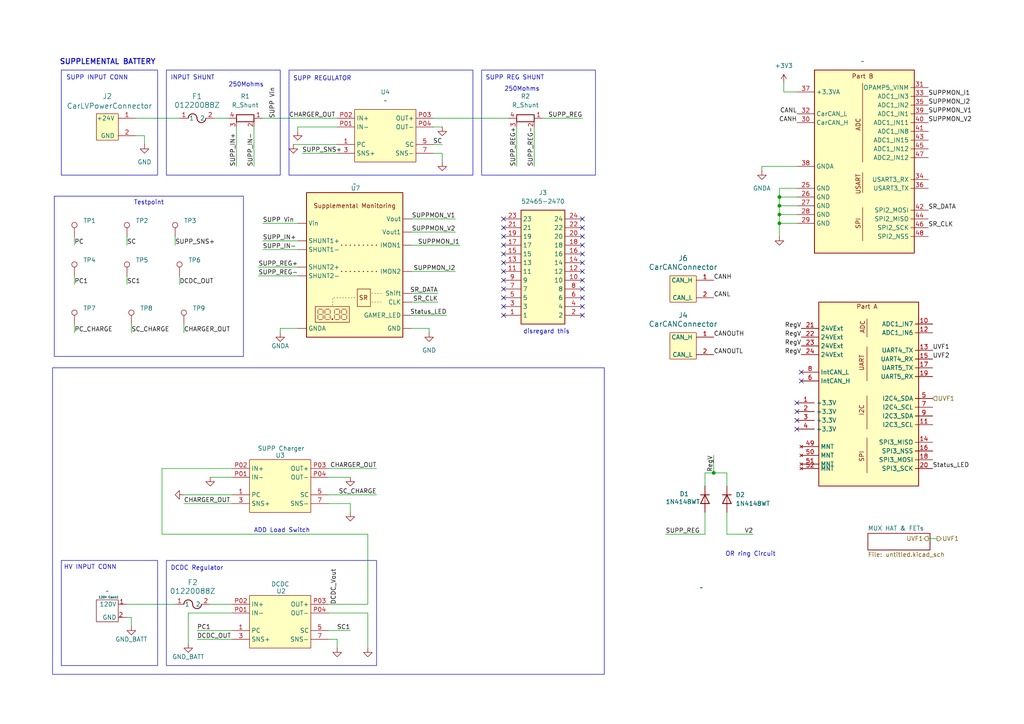
<source format=kicad_sch>
(kicad_sch (version 20250114) (generator "eeschema") (generator_version "9.0")
  (paper "A4")
  (lib_symbols
    (symbol "2025-09-19_06-03-12:Car120V_Connector"
      (property "Reference" "120V Conn1" (at -1.524 2.032 0))
      (property "Value" "~" (at -1.905 3.81 0))
      (symbol "Car120V_Connector_0_1"
        (rectangle (start -5.08 1.27) (end 1.27 -5.08))
      )
      (symbol "Car120V_Connector_1_1"
        (text "2" (at 2.032 -3.048 0) (effects (font (size 1.27 1.27))))
        (text "1" (at 2.286 0.762 0) (effects (font (size 1.27 1.27))))
        (pin output line (at 3.81 0 180) (length 2.54) (name "120V") (number ""))
        (pin output line (at 3.81 -3.81 180) (length 2.54) (name "GND") (number ""))
      )
    )
    (symbol "Connector:TestPoint" (pin_numbers (hide yes)) (pin_names (offset 0.762) (hide yes))
      (property "Reference" "TP" (at 0 6.858 0))
      (property "Value" "TestPoint" (at 0 5.08 0))
      (symbol "TestPoint_0_1"
        (circle (center 0 3.302) (radius 0.762))
      )
      (symbol "TestPoint_1_1"
        (pin passive line (at 0 0 90) (length 2.54) (name "1") (number "1"))
      )
    )
    (symbol "Device:R_Shunt" (pin_names (offset 0) (hide yes))
      (property "Reference" "R" (at -2.032 0 90))
      (property "Value" "R_Shunt" (at 0 0 90))
      (symbol "R_Shunt_0_1"
        (rectangle (start -1.016 -2.54) (end 1.016 2.54) (stroke (width 0.254)))
        (polyline (pts (xy 0 -2.54) (xy 1.27 -2.54)))
        (polyline (pts (xy 1.27 2.54) (xy 0 2.54)))
      )
      (symbol "R_Shunt_1_1"
        (pin passive line (at 0 5.08 270) (length 2.54) (name "~") (number "1"))
        (pin passive line (at 0 -5.08 90) (length 2.54) (name "~") (number "4"))
        (pin passive line (at 2.54 2.54 180) (length 1.27) (name "~") (number "2"))
        (pin passive line (at 2.54 -2.54 180) (length 1.27) (name "~") (number "3"))
      )
    )
    (symbol "Diode:1N4148WT" (pin_numbers (hide yes)) (pin_names (hide yes))
      (property "Reference" "D" (at 0 2.54 0))
      (property "Value" "1N4148WT" (at 0 -2.54 0))
      (symbol "1N4148WT_0_1"
        (polyline (pts (xy -1.27 1.27) (xy -1.27 -1.27)) (stroke (width 0.254)))
        (polyline (pts (xy 1.27 1.27) (xy 1.27 -1.27) (xy -1.27 0) (xy 1.27 1.27)) (stroke (width 0.254)))
        (polyline (pts (xy 1.27 0) (xy -1.27 0)))
      )
      (symbol "1N4148WT_1_1"
        (pin passive line (at -3.81 0 0) (length 2.54) (name "K") (number "1"))
        (pin passive line (at 3.81 0 180) (length 2.54) (name "A") (number "2"))
      )
    )
    (symbol "FUSE HOLDER:01220088Z" (pin_names (offset 0.254))
      (property "Reference" "F" (at 5.08 3.175 0))
      (property "Value" "01220088Z" (at 5.08 -3.175 0))
      (symbol "01220088Z_1_1"
        (arc (start 2.54 0) (mid 3.81 1.2645) (end 5.08 0) (stroke (width 0.254)))
        (arc (start 7.62 0) (mid 6.35 -1.2645) (end 5.08 0) (stroke (width 0.254)))
        (pin unspecified line (at 0 0 0) (length 2.54) (name "1") (number "1"))
        (pin unspecified line (at 10.16 0 180) (length 2.54) (name "2") (number "2"))
      )
      (symbol "01220088Z_1_2"
        (arc (start 0 7.62) (mid 1.2645 6.35) (end 0 5.08) (stroke (width 0.254)))
        (arc (start 0 2.54) (mid -1.2645 3.81) (end 0 5.08) (stroke (width 0.254)))
        (pin unspecified line (at 0 10.16 270) (length 2.54) (name "2") (number "2"))
        (pin unspecified line (at 0 0 90) (length 2.54) (name "1") (number "1"))
      )
    )
    (symbol "SuppMon_2"
      (property "Reference" "U" (at 0 0 0))
      (symbol "SuppMon_2_0_1"
        (rectangle (start -13.97 -1.27) (end 13.97 -43.18) (stroke (width 0.254)) (fill (type background)))
        (polyline (pts (xy -10.668 -35.306) (xy -10.668 -36.322)))
        (polyline (pts (xy -10.668 -36.83) (xy -10.668 -37.846)))
        (polyline (pts (xy -10.414 -35.052) (xy -9.398 -35.052)))
        (polyline (pts (xy -10.414 -36.576) (xy -9.398 -36.576)))
        (polyline (pts (xy -10.414 -38.1) (xy -9.398 -38.1)))
        (polyline (pts (xy -9.144 -35.306) (xy -9.144 -36.322)))
        (polyline (pts (xy -9.144 -36.83) (xy -9.144 -37.846)))
        (polyline (pts (xy -8.636 -35.306) (xy -8.636 -36.322)))
        (polyline (pts (xy -8.636 -36.83) (xy -8.636 -37.846)))
        (polyline (pts (xy -8.382 -35.052) (xy -7.366 -35.052)))
        (polyline (pts (xy -8.382 -36.576) (xy -7.366 -36.576)))
        (polyline (pts (xy -8.382 -38.1) (xy -7.366 -38.1)))
        (polyline (pts (xy -7.112 -35.306) (xy -7.112 -36.322)))
        (polyline (pts (xy -7.112 -36.83) (xy -7.112 -37.846)))
        (polyline (pts (xy -5.842 -35.306) (xy -5.842 -36.322)))
        (polyline (pts (xy -5.842 -36.83) (xy -5.842 -37.846)))
        (polyline (pts (xy -5.588 -35.052) (xy -4.572 -35.052)))
        (polyline (pts (xy -5.588 -36.576) (xy -4.572 -36.576)))
        (polyline (pts (xy -5.588 -38.1) (xy -4.572 -38.1)))
        (polyline (pts (xy -4.318 -35.306) (xy -4.318 -36.322)))
        (polyline (pts (xy -4.318 -36.83) (xy -4.318 -37.846)))
        (polyline (pts (xy -3.81 -35.306) (xy -3.81 -36.322)))
        (polyline (pts (xy -3.81 -36.83) (xy -3.81 -37.846)))
        (polyline (pts (xy -3.556 -35.052) (xy -2.54 -35.052)))
        (polyline (pts (xy -3.556 -36.576) (xy -2.54 -36.576)))
        (polyline (pts (xy -3.556 -38.1) (xy -2.54 -38.1)))
        (polyline (pts (xy -2.286 -35.306) (xy -2.286 -36.322)))
        (polyline (pts (xy -2.286 -36.83) (xy -2.286 -37.846)))
      )
      (symbol "SuppMon_2_1_1"
        (rectangle (start -11.43 -34.29) (end -1.524 -38.862))
        (polyline (pts (xy -6.604 -38.1) (xy -6.35 -38.1) (xy -6.35 -37.846) (xy -6.604 -37.846) (xy -6.604 -38.1) (xy -6.35 -37.846)))
        (polyline (pts (xy -3.81 -16.51) (xy 6.35 -16.51)) (stroke (width 0.3) (type dot)))
        (polyline (pts (xy -3.81 -24.13) (xy 6.35 -24.13)) (stroke (width 0.3) (type dot)))
        (polyline (pts (xy 0 -31.75) (xy -6.35 -31.75) (xy -6.35 -34.29)) (stroke (width 0.2) (type dot)))
        (rectangle (start 0.762 -29.21) (end 4.572 -34.29))
        (polyline (pts (xy 5.08 -30.48) (xy 7.62 -30.48)) (stroke (width 0.2) (type dot)))
        (polyline (pts (xy 5.08 -33.02) (xy 7.62 -33.02)) (stroke (width 0.2) (type dot)))
        (text "Supplemental Monitoring" (at 0 -5.08 0) (effects (font (size 1.27 1.27))))
        (text "SR\n" (at 2.54 -31.75 0) (effects (font (size 1.27 1.27))))
        (pin power_in line (at -16.51 -10.16 0) (length 2.54) (name "Vin") (number ""))
        (pin input line (at -16.51 -15.24 0) (length 2.54) (name "SHUNT1+") (number ""))
        (pin input line (at -16.51 -17.78 0) (length 2.54) (name "SHUNT1-") (number ""))
        (pin input line (at -16.51 -22.86 0) (length 2.54) (name "SHUNT2+") (number ""))
        (pin input line (at -16.51 -25.4 0) (length 2.54) (name "SHUNT2-") (number ""))
        (pin output line (at -16.51 -40.64 0) (length 2.54) (name "GNDA") (number ""))
        (pin output line (at 16.51 -8.89 180) (length 2.54) (name "Vout") (number ""))
        (pin output line (at 16.51 -12.7 180) (length 2.54) (name "Vout1") (number ""))
        (pin output line (at 16.51 -16.51 180) (length 2.54) (name "IMON1") (number ""))
        (pin output line (at 16.51 -24.13 180) (length 2.54) (name "IMON2") (number ""))
        (pin input line (at 16.51 -30.48 180) (length 2.54) (name "Shift") (number ""))
        (pin input line (at 16.51 -33.02 180) (length 2.54) (name "CLK") (number ""))
        (pin input line (at 16.51 -36.83 180) (length 2.54) (name "GAMER_LED") (number ""))
        (pin power_out line (at 16.51 -40.64 180) (length 2.54) (name "GND") (number ""))
      )
    )
    (symbol "power:+3V3" (power) (pin_numbers (hide yes)) (pin_names (offset 0) (hide yes))
      (property "Value" "+3V3" (at 0 3.556 0))
      (symbol "+3V3_0_1"
        (polyline (pts (xy -0.762 1.27) (xy 0 2.54)))
        (polyline (pts (xy 0 2.54) (xy 0.762 1.27)))
        (polyline (pts (xy 0 0) (xy 0 2.54)))
      )
      (symbol "+3V3_1_1"
        (pin power_in line (at 0 0 90) (length 0) (name "~") (number "1"))
      )
    )
    (symbol "power:GND" (power) (pin_numbers (hide yes)) (pin_names (offset 0) (hide yes))
      (property "Value" "GND" (at 0 -3.81 0))
      (symbol "GND_0_1"
        (polyline (pts (xy 0 0) (xy 0 -1.27) (xy 1.27 -1.27) (xy 0 -2.54) (xy -1.27 -1.27) (xy 0 -1.27)))
      )
      (symbol "GND_1_1"
        (pin power_in line (at 0 0 270) (length 0) (name "~") (number "1"))
      )
    )
    (symbol "power:GND1" (power) (pin_numbers (hide yes)) (pin_names (offset 0) (hide yes))
      (property "Value" "GND1" (at 0 -3.81 0))
      (symbol "GND1_0_1"
        (polyline (pts (xy 0 0) (xy 0 -1.27) (xy 1.27 -1.27) (xy 0 -2.54) (xy -1.27 -1.27) (xy 0 -1.27)))
      )
      (symbol "GND1_1_1"
        (pin power_in line (at 0 0 270) (length 0) (name "~") (number "1"))
      )
    )
    (symbol "power:GNDA" (power) (pin_numbers (hide yes)) (pin_names (offset 0) (hide yes))
      (property "Value" "GNDA" (at 0 -3.81 0))
      (symbol "GNDA_0_1"
        (polyline (pts (xy 0 0) (xy 0 -1.27) (xy 1.27 -1.27) (xy 0 -2.54) (xy -1.27 -1.27) (xy 0 -1.27)))
      )
      (symbol "GNDA_1_1"
        (pin power_in line (at 0 0 270) (length 0) (name "~") (number "1"))
      )
    )
    (symbol "utsvt_connectors:52465-2470"
      (property "Reference" "J" (at 10.16 7.366 0))
      (property "Value" "52465-2470" (at 5.334 4.826 0))
      (symbol "52465-2470_1_1"
        (rectangle (start 5.08 2.54) (end 17.78 -30.48) (stroke (width 0.254)) (fill (type background)))
        (pin passive line (at 0 0 0) (length 5.08) (name "23") (number "23"))
        (pin passive line (at 0 -2.54 0) (length 5.08) (name "21") (number "21"))
        (pin passive line (at 0 -5.08 0) (length 5.08) (name "19") (number "19"))
        (pin passive line (at 0 -7.62 0) (length 5.08) (name "17") (number "17"))
        (pin passive line (at 0 -10.16 0) (length 5.08) (name "15") (number "15"))
        (pin passive line (at 0 -12.7 0) (length 5.08) (name "13") (number "13"))
        (pin passive line (at 0 -15.24 0) (length 5.08) (name "11") (number "11"))
        (pin passive line (at 0 -17.78 0) (length 5.08) (name "9") (number "9"))
        (pin passive line (at 0 -20.32 0) (length 5.08) (name "7") (number "7"))
        (pin passive line (at 0 -22.86 0) (length 5.08) (name "5") (number "5"))
        (pin passive line (at 0 -25.4 0) (length 5.08) (name "3") (number "3"))
        (pin passive line (at 0 -27.94 0) (length 5.08) (name "1") (number "1"))
        (pin passive line (at 22.86 0 180) (length 5.08) (name "24") (number "24"))
        (pin passive line (at 22.86 -2.54 180) (length 5.08) (name "22") (number "22"))
        (pin passive line (at 22.86 -5.08 180) (length 5.08) (name "20") (number "20"))
        (pin passive line (at 22.86 -7.62 180) (length 5.08) (name "18") (number "18"))
        (pin passive line (at 22.86 -10.16 180) (length 5.08) (name "16") (number "16"))
        (pin passive line (at 22.86 -12.7 180) (length 5.08) (name "14") (number "14"))
        (pin passive line (at 22.86 -15.24 180) (length 5.08) (name "12") (number "12"))
        (pin passive line (at 22.86 -17.78 180) (length 5.08) (name "10") (number "10"))
        (pin passive line (at 22.86 -20.32 180) (length 5.08) (name "8") (number "8"))
        (pin passive line (at 22.86 -22.86 180) (length 5.08) (name "6") (number "6"))
        (pin passive line (at 22.86 -25.4 180) (length 5.08) (name "4") (number "4"))
        (pin passive line (at 22.86 -27.94 180) (length 5.08) (name "2") (number "2"))
      )
    )
    (symbol "utsvt_connectors:CarCANConnector" (pin_names (offset 1.016))
      (property "Reference" "J" (at 0 7.874 0))
      (property "Value" "CarCANConnector" (at 0 5.588 0))
      (symbol "CarCANConnector_0_1"
        (rectangle (start -3.81 3.81) (end 3.81 -3.81) (fill (type background)))
      )
      (symbol "CarCANConnector_1_1"
        (pin bidirectional line (at 8.89 2.54 180) (length 5.08) (name "CAN_H") (number "1"))
        (pin bidirectional line (at 8.89 -2.54 180) (length 5.08) (name "CAN_L") (number "2"))
      )
    )
    (symbol "utsvt_connectors:CarLVPowerConnector" (pin_names (offset 1.016))
      (property "Reference" "J" (at -0.635 8.255 0))
      (property "Value" "CarLVPowerConnector" (at -0.635 5.715 0))
      (symbol "CarLVPowerConnector_0_1"
        (rectangle (start -3.81 3.81) (end 2.54 -3.81) (fill (type background)))
      )
      (symbol "CarLVPowerConnector_1_1"
        (pin power_out line (at 7.62 2.54 180) (length 5.08) (name "+24V") (number "1"))
        (pin power_out line (at 7.62 -2.54 180) (length 5.08) (name "GND") (number "2"))
      )
    )
    (symbol "utsvt_connectors:LSOM_DaughterConn"
      (symbol "LSOM_DaughterConn_1_1"
        (rectangle (start -13.97 -10.16) (end 14.986 -63.5) (stroke (width 0.254)) (fill (type background)))
        (polyline (pts (xy 0 -20.32) (xy 0 -14.986)))
        (polyline (pts (xy 0 -33.02) (xy 0 -23.114)))
        (polyline (pts (xy 0 -46.99) (xy 0 -37.338)))
        (polyline (pts (xy 0 -59.69) (xy 0 -49.53)))
        (text "UART" (at -1.524 -27.686 900) (effects (font (size 1.27 1.27))))
        (text "I2C" (at -1.524 -41.402 900) (effects (font (size 1.27 1.27))))
        (text "SPI" (at -1.524 -54.864 900) (effects (font (size 1.27 1.27))))
        (text "ADC" (at -1.27 -17.272 900) (effects (font (size 1.27 1.27))))
        (text "Part A" (at 0 -11.43 0) (effects (font (size 1.27 1.27))))
        (pin output line (at -20.32 -39.37 0) (length 5.08) (name "+3.3V") (number "1"))
        (pin output line (at -20.32 -41.91 0) (length 5.08) (name "+3.3V") (number "2"))
        (pin output line (at -20.32 -44.45 0) (length 5.08) (name "+3.3V") (number "3"))
        (pin output line (at -20.32 -46.99 0) (length 5.08) (name "+3.3V") (number "4"))
        (pin input line (at -19.05 -17.78 0) (length 5.08) (name "24VExt") (number "21"))
        (pin input line (at -19.05 -20.32 0) (length 5.08) (name "24VExt") (number "22"))
        (pin input line (at -19.05 -22.86 0) (length 5.08) (name "24VExt") (number "23"))
        (pin input line (at -19.05 -25.4 0) (length 5.08) (name "24VExt") (number "24"))
        (pin input line (at -19.05 -30.48 0) (length 5.08) (name "IntCAN_L") (number "8"))
        (pin input line (at -19.05 -33.02 0) (length 5.08) (name "IntCAN_H") (number "6"))
        (pin no_connect line (at -19.05 -52.07 0) (length 5.08) (name "MNT") (number "49"))
        (pin no_connect line (at -19.05 -54.61 0) (length 5.08) (name "MNT") (number "50"))
        (pin no_connect line (at -19.05 -57.15 0) (length 5.08) (name "MNT") (number "51"))
        (pin no_connect line (at -19.05 -58.42 0) (length 5.08) (name "MNT") (number "52"))
        (pin input line (at 19.05 -16.51 180) (length 5.08) (name "ADC1_IN7") (number "10"))
        (pin input line (at 19.05 -19.05 180) (length 5.08) (name "ADC1_IN6") (number "12"))
        (pin bidirectional line (at 19.05 -24.13 180) (length 5.08) (name "UART4_TX") (number "13"))
        (pin bidirectional line (at 19.05 -26.67 180) (length 5.08) (name "UART4_RX") (number "15"))
        (pin bidirectional line (at 19.05 -29.21 180) (length 5.08) (name "UART5_TX") (number "17"))
        (pin bidirectional line (at 19.05 -31.75 180) (length 5.08) (name "UART5_RX") (number "19"))
        (pin bidirectional line (at 19.05 -38.1 180) (length 5.08) (name "I2C4_SDA") (number "5"))
        (pin input line (at 19.05 -40.64 180) (length 5.08) (name "I2C4_SCL") (number "7"))
        (pin bidirectional line (at 19.05 -43.18 180) (length 5.08) (name "I2C3_SDA") (number "9"))
        (pin input line (at 19.05 -45.72 180) (length 5.08) (name "I2C3_SCL") (number "11"))
        (pin input line (at 19.05 -50.8 180) (length 5.08) (name "SPI3_MISO") (number "14"))
        (pin output line (at 19.05 -53.34 180) (length 5.08) (name "SPI3_NSS") (number "16"))
        (pin output line (at 19.05 -55.88 180) (length 5.08) (name "SPI3_MOSI") (number "18"))
        (pin output line (at 19.05 -58.42 180) (length 5.08) (name "SPI3_SCK") (number "20"))
      )
      (symbol "LSOM_DaughterConn_2_1"
        (rectangle (start -13.97 -10.16) (end 14.986 -63.246) (stroke (width 0.254)) (fill (type background)))
        (polyline (pts (xy 0 -36.83) (xy 0 -13.97)))
        (polyline (pts (xy 0 -45.72) (xy 0 -39.878)))
        (polyline (pts (xy 0 -59.69) (xy 0 -50.038)))
        (text "ADC" (at -1.27 -25.908 900) (effects (font (size 1.27 1.27))))
        (text "USART" (at -1.27 -43.18 900) (effects (font (size 1.27 1.27))))
        (text "SPI" (at -1.27 -54.61 900) (effects (font (size 1.27 1.27))))
        (text "Part B" (at 0 -11.938 0) (effects (font (size 1.27 1.27))))
        (pin output line (at -19.05 -16.51 0) (length 5.08) (name "+3.3VA") (number "37"))
        (pin input line (at -19.05 -22.86 0) (length 5.08) (name "CarCAN_L") (number "32"))
        (pin input line (at -19.05 -25.4 0) (length 5.08) (name "CarCAN_H") (number "30"))
        (pin input line (at -19.05 -38.1 0) (length 5.08) (name "GNDA") (number "38"))
        (pin input line (at -19.05 -44.45 0) (length 5.08) (name "GND") (number "25"))
        (pin input line (at -19.05 -46.99 0) (length 5.08) (name "GND") (number "26"))
        (pin input line (at -19.05 -49.53 0) (length 5.08) (name "GND") (number "27"))
        (pin input line (at -19.05 -52.07 0) (length 5.08) (name "GND") (number "28"))
        (pin input line (at -19.05 -54.61 0) (length 5.08) (name "GND") (number "29"))
        (pin input line (at 19.05 -15.24 180) (length 5.08) (name "OPAMP5_VINM") (number "31"))
        (pin output line (at 19.05 -17.78 180) (length 5.08) (name "ADC1_IN3") (number "33"))
        (pin output line (at 19.05 -20.32 180) (length 5.08) (name "ADC1_IN2") (number "35"))
        (pin output line (at 19.05 -22.86 180) (length 5.08) (name "ADC1_IN1") (number "39"))
        (pin input line (at 19.05 -25.4 180) (length 5.08) (name "ADC1_IN11") (number "40"))
        (pin input line (at 19.05 -27.94 180) (length 5.08) (name "ADC1_IN8") (number "41"))
        (pin input line (at 19.05 -30.48 180) (length 5.08) (name "ADC1_IN15") (number "43"))
        (pin output line (at 19.05 -33.02 180) (length 5.08) (name "ADC1_IN12") (number "45"))
        (pin output line (at 19.05 -35.56 180) (length 5.08) (name "ADC2_IN12") (number "47"))
        (pin output line (at 19.05 -41.91 180) (length 5.08) (name "USART3_RX") (number "34"))
        (pin output line (at 19.05 -44.45 180) (length 5.08) (name "USART3_TX") (number "36"))
        (pin output line (at 19.05 -50.8 180) (length 5.08) (name "SPI2_MOSI") (number "42"))
        (pin input line (at 19.05 -53.34 180) (length 5.08) (name "SPI2_MISO") (number "44"))
        (pin output line (at 19.05 -55.88 180) (length 5.08) (name "SPI2_SCK") (number "46"))
        (pin output line (at 19.05 -58.42 180) (length 5.08) (name "SPI2_NSS") (number "48"))
      )
    )
    (symbol "utsvt_connectors:Maxi_Carrier_Connector"
      (property "Reference" "U" (at 0 0 0))
      (symbol "Maxi_Carrier_Connector_1_1"
        (rectangle (start -8.89 -2.54) (end 8.89 -17.78) (fill (type background)))
        (pin power_in line (at -13.97 -5.08 0) (length 5.08) (name "IN+") (number "P02"))
        (pin power_in line (at -13.97 -7.62 0) (length 5.08) (name "IN-") (number "P01"))
        (pin input line (at -13.97 -12.7 0) (length 5.08) (name "PC") (number "1"))
        (pin input line (at -13.97 -15.24 0) (length 5.08) (name "SNS+") (number "3"))
        (pin power_out line (at 13.97 -5.08 180) (length 5.08) (name "OUT+") (number "P03"))
        (pin power_out line (at 13.97 -7.62 180) (length 5.08) (name "OUT-") (number "P04"))
        (pin input line (at 13.97 -12.7 180) (length 5.08) (name "SC") (number "5"))
        (pin input line (at 13.97 -15.24 180) (length 5.08) (name "SNS-") (number "7"))
      )
    )
  )
  (rectangle (start 17.78 20.32) (end 45.72 50.8))
  (rectangle (start 48.26 162.56) (end 109.22 193.04))
  (rectangle (start 83.82 20.32) (end 137.16 50.8))
  (rectangle (start 139.7 20.32) (end 172.72 50.8))
  (rectangle (start 17.78 162.56) (end 45.72 193.04))
  (rectangle (start 48.26 20.32) (end 81.28 50.8))
  (rectangle (start 15.24 106.68) (end 175.26 195.58))
  (text "disregard this" (at 158.496 96.266 0) (effects (font (size 1.27 1.27))))
  (text "DCDC Regulator\n" (at 57.15 164.846 0) (effects (font (size 1.27 1.27))))
  (text "INPUT SHUNT" (at 55.88 22.606 0) (effects (font (size 1.27 1.27))))
  (text "250Mohms" (at 151.384 25.908 0) (effects (font (size 1.27 1.27))))
  (text "OR ring Circuit" (at 217.678 160.782 0) (effects (font (size 1.27 1.27))))
  (text "SUPP REGULATOR\n" (at 93.472 22.86 0) (effects (font (size 1.27 1.27))))
  (text "SUPP INPUT CONN" (at 28.194 22.606 0) (effects (font (size 1.27 1.27))))
  (text "SUPPLEMENTAL BATTERY" (at 31.242 18.034 0) (effects (font (size 1.524 1.524) (thickness 0.254) (bold yes))))
  (text "250Mohms" (at 71.374 24.638 0) (effects (font (size 1.27 1.27))))
  (text "HV INPUT CONN" (at 26.162 164.592 0) (effects (font (size 1.27 1.27))))
  (text "ADD Load Switch" (at 81.788 153.924 0) (effects (font (size 1.27 1.27))))
  (text "SUPP REG SHUNT" (at 149.352 22.606 0) (effects (font (size 1.27 1.27))))
  (text_box "Testpoint" (at 15.748 56.896 0) (size 54.864 46.482) (margins 0.9525 0.9525 0.9525 0.9525) (effects (font (size 1.27 1.27)) (justify top)))
  (junction (at 226.06 64.77))
  (junction (at 226.06 62.23))
  (junction (at 226.06 57.15))
  (junction (at 226.06 59.69))
  (junction (at 207.01 137.16))
  (no_connect (at 168.91 71.12))
  (no_connect (at 146.05 91.44))
  (no_connect (at 232.41 110.49))
  (no_connect (at 146.05 83.82))
  (no_connect (at 168.91 66.04))
  (no_connect (at 168.91 68.58))
  (no_connect (at 168.91 63.5))
  (no_connect (at 146.05 68.58))
  (no_connect (at 146.05 73.66))
  (no_connect (at 146.05 63.5))
  (no_connect (at 231.14 121.92))
  (no_connect (at 146.05 88.9))
  (no_connect (at 146.05 86.36))
  (no_connect (at 168.91 81.28))
  (no_connect (at 168.91 91.44))
  (no_connect (at 168.91 88.9))
  (no_connect (at 231.14 124.46))
  (no_connect (at 146.05 76.2))
  (no_connect (at 168.91 73.66))
  (no_connect (at 168.91 86.36))
  (no_connect (at 231.14 116.84))
  (no_connect (at 168.91 83.82))
  (no_connect (at 232.41 107.95))
  (no_connect (at 146.05 66.04))
  (no_connect (at 146.05 71.12))
  (no_connect (at 231.14 119.38))
  (no_connect (at 146.05 78.74))
  (no_connect (at 146.05 81.28))
  (no_connect (at 168.91 76.2))
  (no_connect (at 168.91 78.74))
  (wire (pts (xy 119.38 63.5) (xy 132.08 63.5)))
  (wire (pts (xy 85.09 41.91) (xy 97.79 41.91)))
  (wire (pts (xy 95.25 138.43) (xy 101.6 138.43)))
  (wire (pts (xy 231.14 48.26) (xy 220.98 48.26)))
  (wire (pts (xy 204.47 140.97) (xy 204.47 137.16)))
  (wire (pts (xy 76.2 69.85) (xy 86.36 69.85)))
  (wire (pts (xy 21.59 80.01) (xy 21.59 82.55)))
  (wire (pts (xy 106.68 175.26) (xy 95.25 175.26)))
  (wire (pts (xy 95.25 146.05) (xy 101.6 146.05)))
  (wire (pts (xy 119.38 95.25) (xy 124.46 95.25)))
  (wire (pts (xy 157.48 34.29) (xy 168.91 34.29)))
  (wire (pts (xy 57.15 185.42) (xy 67.31 185.42)))
  (wire (pts (xy 81.28 95.25) (xy 81.28 96.52)))
  (wire (pts (xy 204.47 148.59) (xy 204.47 154.94)))
  (wire (pts (xy 207.01 137.16) (xy 210.82 137.16)))
  (wire (pts (xy 21.59 93.98) (xy 21.59 96.52)))
  (wire (pts (xy 62.23 34.29) (xy 66.04 34.29)))
  (wire (pts (xy 119.38 71.12) (xy 133.35 71.12)))
  (wire (pts (xy 87.63 44.45) (xy 97.79 44.45)))
  (wire (pts (xy 54.61 177.8) (xy 67.31 177.8)))
  (wire (pts (xy 95.25 177.8) (xy 106.68 177.8)))
  (wire (pts (xy 50.8 68.58) (xy 50.8 71.12)))
  (wire (pts (xy 36.83 80.01) (xy 36.83 82.55)))
  (wire (pts (xy 86.36 95.25) (xy 81.28 95.25)))
  (wire (pts (xy 73.66 36.83) (xy 73.66 48.26)))
  (wire (pts (xy 41.91 39.37) (xy 41.91 41.91)))
  (wire (pts (xy 119.38 85.09) (xy 127 85.09)))
  (wire (pts (xy 53.34 146.05) (xy 67.31 146.05)))
  (wire (pts (xy 38.1 93.98) (xy 38.1 96.52)))
  (wire (pts (xy 36.83 175.26) (xy 50.8 175.26)))
  (wire (pts (xy 210.82 137.16) (xy 210.82 140.97)))
  (wire (pts (xy 220.98 48.26) (xy 220.98 49.53)))
  (wire (pts (xy 226.06 59.69) (xy 231.14 59.69)))
  (wire (pts (xy 106.68 177.8) (xy 106.68 187.96)))
  (wire (pts (xy 149.86 36.83) (xy 149.86 48.26)))
  (wire (pts (xy 46.99 154.94) (xy 46.99 135.89)))
  (wire (pts (xy 231.14 62.23) (xy 226.06 62.23)))
  (wire (pts (xy 125.73 44.45) (xy 128.27 44.45)))
  (wire (pts (xy 119.38 67.31) (xy 132.08 67.31)))
  (wire (pts (xy 86.36 36.83) (xy 86.36 38.1)))
  (wire (pts (xy 119.38 91.44) (xy 129.54 91.44)))
  (wire (pts (xy 39.37 34.29) (xy 52.07 34.29)))
  (wire (pts (xy 46.99 135.89) (xy 67.31 135.89)))
  (wire (pts (xy 226.06 57.15) (xy 226.06 59.69)))
  (wire (pts (xy 38.1 179.07) (xy 38.1 181.61)))
  (wire (pts (xy 226.06 64.77) (xy 226.06 68.58)))
  (wire (pts (xy 204.47 154.94) (xy 193.04 154.94)))
  (wire (pts (xy 95.25 182.88) (xy 101.6 182.88)))
  (wire (pts (xy 53.34 93.98) (xy 53.34 96.52)))
  (wire (pts (xy 269.24 156.21) (xy 271.78 156.21)))
  (wire (pts (xy 119.38 78.74) (xy 132.08 78.74)))
  (wire (pts (xy 119.38 87.63) (xy 127 87.63)))
  (wire (pts (xy 36.83 71.12) (xy 36.83 68.58)))
  (wire (pts (xy 226.06 62.23) (xy 226.06 64.77)))
  (wire (pts (xy 226.06 59.69) (xy 226.06 62.23)))
  (wire (pts (xy 207.01 132.08) (xy 207.01 137.16)))
  (wire (pts (xy 76.2 64.77) (xy 86.36 64.77)))
  (wire (pts (xy 76.2 72.39) (xy 86.36 72.39)))
  (wire (pts (xy 106.68 175.26) (xy 106.68 154.94)))
  (wire (pts (xy 52.07 80.01) (xy 52.07 82.55)))
  (wire (pts (xy 38.1 179.07) (xy 36.83 179.07)))
  (wire (pts (xy 154.94 36.83) (xy 154.94 48.26)))
  (wire (pts (xy 210.82 148.59) (xy 210.82 154.94)))
  (wire (pts (xy 231.14 54.61) (xy 226.06 54.61)))
  (wire (pts (xy 227.33 24.13) (xy 227.33 26.67)))
  (wire (pts (xy 74.93 77.47) (xy 86.36 77.47)))
  (wire (pts (xy 226.06 64.77) (xy 231.14 64.77)))
  (wire (pts (xy 74.93 80.01) (xy 86.36 80.01)))
  (wire (pts (xy 101.6 146.05) (xy 101.6 148.59)))
  (wire (pts (xy 76.2 34.29) (xy 97.79 34.29)))
  (wire (pts (xy 125.73 36.83) (xy 128.27 36.83)))
  (wire (pts (xy 124.46 95.25) (xy 124.46 96.52)))
  (wire (pts (xy 68.58 36.83) (xy 68.58 48.26)))
  (wire (pts (xy 54.61 177.8) (xy 54.61 186.69)))
  (wire (pts (xy 125.73 34.29) (xy 147.32 34.29)))
  (wire (pts (xy 39.37 39.37) (xy 41.91 39.37)))
  (wire (pts (xy 226.06 57.15) (xy 231.14 57.15)))
  (wire (pts (xy 57.15 182.88) (xy 67.31 182.88)))
  (wire (pts (xy 21.59 71.12) (xy 21.59 68.58)))
  (wire (pts (xy 97.79 185.42) (xy 97.79 187.96)))
  (wire (pts (xy 53.34 143.51) (xy 67.31 143.51)))
  (wire (pts (xy 231.14 26.67) (xy 227.33 26.67)))
  (wire (pts (xy 67.31 138.43) (xy 60.96 138.43)))
  (wire (pts (xy 95.25 143.51) (xy 109.22 143.51)))
  (wire (pts (xy 95.25 135.89) (xy 109.22 135.89)))
  (wire (pts (xy 95.25 185.42) (xy 97.79 185.42)))
  (wire (pts (xy 86.36 36.83) (xy 97.79 36.83)))
  (wire (pts (xy 226.06 54.61) (xy 226.06 57.15)))
  (wire (pts (xy 210.82 154.94) (xy 218.44 154.94)))
  (wire (pts (xy 128.27 44.45) (xy 128.27 46.99)))
  (wire (pts (xy 60.96 175.26) (xy 67.31 175.26)))
  (wire (pts (xy 128.27 41.91) (xy 125.73 41.91)))
  (wire (pts (xy 204.47 137.16) (xy 207.01 137.16)))
  (wire (pts (xy 106.68 154.94) (xy 46.99 154.94)))
  (label "PC_CHARGE" (at 21.59 96.52 0))
  (label "SUPPMON_I2" (at 132.08 78.74 180))
  (label "UVF2" (at 270.51 104.14 0))
  (label "SUPP_IN+" (at 76.2 69.85 0))
  (label "SUPP_SNS+" (at 50.8 71.12 0))
  (label "RegV" (at 232.41 95.25 180))
  (label "SUPP_REG" (at 193.04 154.94 0))
  (label "SC_CHARGE" (at 38.1 96.52 0))
  (label "CANH" (at 231.14 35.56 180))
  (label "SUPPMON_V2" (at 132.08 67.31 180))
  (label "SUPP_IN-" (at 73.66 48.26 90))
  (label "RegV" (at 232.41 97.79 180))
  (label "SUPP Vin" (at 76.2 64.77 0))
  (label "CHARGER_OUT" (at 53.34 146.05 0))
  (label "SC1" (at 101.6 182.88 180))
  (label "SUPPMON_V1" (at 269.24 33.02 0))
  (label "Status_LED" (at 129.54 91.44 180))
  (label "SC" (at 36.83 71.12 0))
  (label "DCDC_OUT" (at 57.15 185.42 0))
  (label "SUPPMON_I1" (at 269.24 27.94 0))
  (label "CANH" (at 207.01 81.28 0))
  (label "CHARGER_OUT" (at 83.82 34.29 0))
  (label "SC1" (at 36.83 82.55 0))
  (label "SUPPMON_I1" (at 133.35 71.12 180))
  (label "PC1" (at 57.15 182.88 0))
  (label "Status_LED" (at 270.51 135.89 0))
  (label "RegV" (at 232.41 100.33 180))
  (label "SUPPMON_V1" (at 132.08 63.5 180))
  (label "SUPPMON_I2" (at 269.24 30.48 0))
  (label "RegV" (at 207.01 132.08 270))
  (label "PC" (at 21.59 71.12 0))
  (label "SUPP_SNS+" (at 87.63 44.45 0))
  (label "SUPPMON_V2" (at 269.24 35.56 0))
  (label "CANL" (at 207.01 86.36 0))
  (label "UVF1" (at 270.51 101.6 0))
  (label "SR_CLK" (at 269.24 66.04 0))
  (label "SUPP Vin" (at 80.01 34.29 90))
  (label "V2" (at 218.44 154.94 180))
  (label "SUPP_IN-" (at 76.2 72.39 0))
  (label "CANL" (at 231.14 33.02 180))
  (label "DCDC_OUT" (at 52.07 82.55 0))
  (label "RegV" (at 232.41 102.87 180))
  (label "SUPP_REG+" (at 74.93 77.47 0))
  (label "CHARGER_OUT" (at 53.34 96.52 0))
  (label "SR_CLK" (at 127 87.63 180))
  (label "SUPP_REG-" (at 74.93 80.01 0))
  (label "SR_DATA" (at 127 85.09 180))
  (label "SC" (at 128.27 41.91 180))
  (label "SUPP_IN+" (at 68.58 48.26 90))
  (label "CHARGER_OUT" (at 109.22 135.89 180))
  (label "SUPP_REG-" (at 154.94 48.26 90))
  (label "SR_DATA" (at 269.24 60.96 0))
  (label "DCDC_Vout" (at 97.79 175.26 90))
  (label "SC_CHARGE" (at 109.22 143.51 180))
  (label "CANOUTH" (at 207.01 97.79 0))
  (label "PC1" (at 21.59 82.55 0))
  (label "SUPP_REG" (at 168.91 34.29 180))
  (label "CANOUTL" (at 207.01 102.87 0))
  (label "SUPP_REG+" (at 149.86 48.26 90))
  (hierarchical_label "UVF1" (shape input) (at 270.51 115.57 0))
  (hierarchical_label "UVF1" (shape output) (at 269.24 156.21 180))
  (hierarchical_label "UVF1" (shape output) (at 271.78 156.21 0))
  (symbol (lib_id "power:GND") (at 101.6 138.43 0) (unit 1)
    (property "Reference" "#PWR021" (effects (hide yes)))
    (property "Value" "GND" (effects (hide yes)))
    (property "Description" "Power symbol creates a global label with name \"GND\" , ground" (effects (hide yes)))
  )
  (symbol (lib_id "utsvt_connectors:CarCANConnector") (at 198.12 100.33 0) (unit 1)
    (property "Reference" "J4" (at 198.12 91.44 0) (effects (font (size 1.524 1.524))))
    (property "Value" "CarCANConnector" (at 198.12 93.98 0) (effects (font (size 1.524 1.524))))
    (property "Footprint" "UTSVT_Connectors:Molex_Nano-Fit_105309-xx02_1x02_P2.50mm_Vertical" (effects (hide yes)))
    (property "Datasheet" "https://www.digikey.com/en/products/detail/molex/1053091102/7693146" (effects (hide yes)))
    (property "Description" "Connector" (effects (hide yes)))
    (property "P/N" "1053091102" (effects (hide yes)))
  )
  (symbol (lib_id "utsvt_connectors:LSOM_DaughterConn") (at 251.46 77.47 0) (unit 1)
    (property "Reference" "J5" (effects (hide yes)))
    (property "Value" "~" (at 203.454 170.434 0))
    (property "Datasheet" "https://www.molex.com/en-us/products/part-detail/533072471" (effects (hide yes)))
    (property "Description" "Symbol for both board-to-board connectors from the LeaderSOM" (effects (hide yes)))
  )
  (symbol (lib_id "power:GND1") (at 54.61 186.69 0) (unit 1)
    (property "Reference" "#PWR019" (effects (hide yes)))
    (property "Value" "GND_BATT" (at 54.61 190.5 0))
    (property "Description" "Power symbol creates a global label with name \"GND1\" , ground" (effects (hide yes)))
  )
  (symbol (lib_id "2025-09-19_06-03-12:Car120V_Connector") (at 33.02 175.26 0) (unit 1)
    (property "Reference" "120V Conn1" (at 31.496 173.228 0) (effects (font (size 0.635 0.635))))
    (property "Value" "~" (at 31.115 171.45 0))
  )
  (symbol (lib_id "Connector:TestPoint") (at 21.59 68.58 0) (unit 1)
    (property "Reference" "TP1" (at 24.13 64.0079 0) (effects (justify left)))
    (property "Value" "TestPoint" (effects (hide yes)))
    (property "Description" "test point" (effects (hide yes)))
  )
  (symbol (lib_name "SuppMon_2") (lib_id "LV_Carrier:SuppMon") (at 102.87 54.61 0) (unit 1)
    (property "Reference" "U7" (at 103.124 54.61 0))
    (property "Value" "~" (at 102.87 53.34 0))
  )
  (symbol (lib_id "Diode:1N4148WT") (at 210.82 144.78 270) (unit 1)
    (property "Reference" "D2" (at 213.36 143.5099 90) (effects (justify left)))
    (property "Value" "1N4148WT" (at 213.36 146.0499 90) (effects (justify left)))
    (property "Footprint" "Diode_SMD:D_SOD-523" (effects (hide yes)))
    (property "Datasheet" "https://www.diodes.com/assets/Datasheets/ds30396.pdf" (effects (hide yes)))
    (property "Description" "75V 0.15A Fast switching Diode, SOD-523" (effects (hide yes)))
    (property "Sim.Device" "D" (effects (hide yes)))
    (property "Sim.Pins" "1=K 2=A" (effects (hide yes)))
  )
  (symbol (lib_id "utsvt_connectors:52465-2470") (at 146.05 63.5 0) (unit 1)
    (property "Reference" "J3" (at 157.48 55.88 0))
    (property "Value" "52465-2470" (at 157.48 58.42 0))
    (property "Footprint" "UTSVT_Connectors:524652470" (effects (hide yes)))
    (property "Datasheet" "https://www.molex.com/pdm_docs/sd/524652470_sd.pdf" (effects (hide yes)))
    (property "Description" "24 pin board-board connector" (effects (hide yes)))
    (property "Height" "3.55" (effects (hide yes)))
    (property "Mouser Part Number" "538-52465-2470" (effects (hide yes)))
    (property "Mouser Price/Stock" "https://www.mouser.co.uk/ProductDetail/Molex/52465-2470?qs=sEN%2FkO1EG6Yhu4DkZwbE7Q%3D%3D" (effects (hide yes)))
    (property "Manufacturer_Name" "Molex" (effects (hide yes)))
    (property "P/N" "52465-2470" (effects (hide yes)))
  )
  (symbol (lib_id "power:GNDA") (at 81.28 96.52 0) (unit 1)
    (property "Reference" "#PWR024" (effects (hide yes)))
    (property "Value" "GNDA" (at 81.28 100.33 0))
    (property "Description" "Power symbol creates a global label with name \"GNDA\" , analog ground" (effects (hide yes)))
  )
  (symbol (lib_id "utsvt_connectors:CarLVPowerConnector") (at 31.75 36.83 0) (unit 1)
    (property "Reference" "J2" (at 31.115 27.94 0) (effects (font (size 1.524 1.524))))
    (property "Value" "CarLVPowerConnector" (at 31.75 30.734 0) (effects (font (size 1.524 1.524))))
    (property "Description" "Connector for the car's 24V power bus" (effects (hide yes)))
  )
  (symbol (lib_id "power:GND") (at 101.6 148.59 0) (unit 1)
    (property "Reference" "#PWR022" (effects (hide yes)))
    (property "Value" "GND" (effects (hide yes)))
    (property "Description" "Power symbol creates a global label with name \"GND\" , ground" (effects (hide yes)))
  )
  (symbol (lib_id "Device:R_Shunt") (at 152.4 34.29 270) (unit 1)
    (property "Reference" "R2" (at 152.4 27.94 90))
    (property "Value" "R_Shunt" (at 152.4 30.48 90))
    (property "Description" "Shunt resistor with Kelvin connections" (effects (hide yes)))
  )
  (symbol (lib_id "Connector:TestPoint") (at 36.83 68.58 0) (unit 1)
    (property "Reference" "TP2" (at 39.37 64.0079 0) (effects (justify left)))
    (property "Value" "TestPoint" (effects (hide yes)))
    (property "Description" "test point" (effects (hide yes)))
  )
  (symbol (lib_id "power:GND") (at 60.96 138.43 0) (unit 1)
    (property "Reference" "#PWR023" (effects (hide yes)))
    (property "Value" "GND" (effects (hide yes)))
    (property "Description" "Power symbol creates a global label with name \"GND\" , ground" (effects (hide yes)))
  )
  (symbol (lib_id "utsvt_connectors:Maxi_Carrier_Connector") (at 81.28 170.18 0) (unit 1)
    (property "Reference" "U2" (at 81.534 171.45 0))
    (property "Value" "DCDC" (at 81.28 169.418 0))
    (property "Footprint" "UTSVT_Connectors:Maxi_Carrier_Connector" (effects (hide yes)))
    (property "Datasheet" "https://suddendocs.samtec.com/productspecs/et60s-et60t.pdf" (effects (hide yes)))
    (property "Description" "Maxi DC-DC Converter Carrier Vertical PCB Mount Connector" (effects (hide yes)))
    (property "P/N" "SAMTEC_ET60S-D02-3-08-D02-X-V1-S" (effects (hide yes)))
  )
  (symbol (lib_id "power:GND1") (at 38.1 181.61 0) (unit 1)
    (property "Reference" "#PWR017" (effects (hide yes)))
    (property "Value" "GND_BATT" (at 38.1 185.42 0))
    (property "Description" "Power symbol creates a global label with name \"GND1\" , ground" (effects (hide yes)))
  )
  (symbol (lib_id "FUSE HOLDER:01220088Z") (at 52.07 34.29 0) (unit 1)
    (property "Reference" "F1" (at 57.15 27.94 0) (effects (font (size 1.524 1.524))))
    (property "Value" "01220088Z" (at 57.15 30.48 0) (effects (font (size 1.524 1.524))))
    (property "Datasheet" "01220088Z" (effects (hide yes)))
  )
  (symbol (lib_id "Connector:TestPoint") (at 53.34 93.98 0) (unit 1)
    (property "Reference" "TP9" (at 55.88 89.4079 0) (effects (justify left)))
    (property "Value" "TestPoint" (effects (hide yes)))
    (property "Description" "test point" (effects (hide yes)))
  )
  (symbol (lib_id "utsvt_connectors:LSOM_DaughterConn") (at 250.19 10.16 0) (unit 2)
    (property "Reference" "J5" (effects (hide yes)))
    (property "Value" "~" (at 250.19 17.78 0))
    (property "Datasheet" "https://www.molex.com/en-us/products/part-detail/533072471" (effects (hide yes)))
    (property "Description" "Symbol for both board-to-board connectors from the LeaderSOM" (effects (hide yes)))
  )
  (symbol (lib_id "Connector:TestPoint") (at 50.8 68.58 0) (unit 1)
    (property "Reference" "TP3" (at 53.34 64.0079 0) (effects (justify left)))
    (property "Value" "TestPoint" (effects (hide yes)))
    (property "Description" "test point" (effects (hide yes)))
  )
  (symbol (lib_id "Connector:TestPoint") (at 21.59 93.98 0) (unit 1)
    (property "Reference" "TP7" (at 24.13 89.4079 0) (effects (justify left)))
    (property "Value" "TestPoint" (effects (hide yes)))
    (property "Description" "test point" (effects (hide yes)))
  )
  (symbol (lib_id "Connector:TestPoint") (at 36.83 80.01 0) (unit 1)
    (property "Reference" "TP5" (at 39.37 75.4379 0) (effects (justify left)))
    (property "Value" "TestPoint" (effects (hide yes)))
    (property "Description" "test point" (effects (hide yes)))
  )
  (symbol (lib_id "power:GND") (at 106.68 187.96 0) (unit 1)
    (property "Reference" "#PWR018" (effects (hide yes)))
    (property "Value" "GND" (effects (hide yes)))
    (property "Description" "Power symbol creates a global label with name \"GND\" , ground" (effects (hide yes)))
  )
  (symbol (lib_id "power:GND") (at 86.36 38.1 0) (unit 1)
    (property "Reference" "#PWR06" (effects (hide yes)))
    (property "Value" "GND" (effects (hide yes)))
    (property "Description" "Power symbol creates a global label with name \"GND\" , ground" (effects (hide yes)))
  )
  (symbol (lib_id "power:GND") (at 128.27 46.99 0) (unit 1)
    (property "Reference" "#PWR07" (effects (hide yes)))
    (property "Value" "GND" (effects (hide yes)))
    (property "Description" "Power symbol creates a global label with name \"GND\" , ground" (effects (hide yes)))
  )
  (symbol (lib_id "power:GND") (at 128.27 36.83 0) (unit 1)
    (property "Reference" "#PWR05" (effects (hide yes)))
    (property "Value" "GND" (effects (hide yes)))
    (property "Description" "Power symbol creates a global label with name \"GND\" , ground" (effects (hide yes)))
  )
  (symbol (lib_id "utsvt_connectors:Maxi_Carrier_Connector") (at 81.28 130.81 0) (unit 1)
    (property "Reference" "U3" (at 81.28 132.08 0))
    (property "Value" "SUPP Charger" (at 81.534 130.048 0))
    (property "Footprint" "UTSVT_Connectors:Maxi_Carrier_Connector" (effects (hide yes)))
    (property "Datasheet" "https://suddendocs.samtec.com/productspecs/et60s-et60t.pdf" (effects (hide yes)))
    (property "Description" "Maxi DC-DC Converter Carrier Vertical PCB Mount Connector" (effects (hide yes)))
    (property "P/N" "SAMTEC_ET60S-D02-3-08-D02-X-V1-S" (effects (hide yes)))
  )
  (symbol (lib_id "power:GND") (at 41.91 41.91 0) (unit 1)
    (property "Reference" "#PWR01" (effects (hide yes)))
    (property "Value" "GND" (at 41.91 46.99 0))
    (property "Description" "Power symbol creates a global label with name \"GND\" , ground" (effects (hide yes)))
  )
  (symbol (lib_id "Device:R_Shunt") (at 71.12 34.29 270) (unit 1)
    (property "Reference" "R1" (at 71.12 27.94 90))
    (property "Value" "R_Shunt" (at 71.12 30.48 90))
    (property "Description" "Shunt resistor with Kelvin connections" (effects (hide yes)))
  )
  (symbol (lib_id "power:GND") (at 53.34 143.51 270) (unit 1)
    (property "Reference" "#PWR011" (effects (hide yes)))
    (property "Value" "GND" (effects (hide yes)))
    (property "Description" "Power symbol creates a global label with name \"GND\" , ground" (effects (hide yes)))
  )
  (symbol (lib_id "power:GND") (at 85.09 41.91 0) (unit 1)
    (property "Reference" "#PWR02" (effects (hide yes)))
    (property "Value" "GND" (effects (hide yes)))
    (property "Description" "Power symbol creates a global label with name \"GND\" , ground" (effects (hide yes)))
  )
  (symbol (lib_id "power:GNDA") (at 220.98 49.53 0) (unit 1)
    (property "Reference" "#PWR015" (effects (hide yes)))
    (property "Value" "GNDA" (at 220.98 54.61 0))
    (property "Description" "Power symbol creates a global label with name \"GNDA\" , analog ground" (effects (hide yes)))
  )
  (symbol (lib_id "Connector:TestPoint") (at 21.59 80.01 0) (unit 1)
    (property "Reference" "TP4" (at 24.13 75.4379 0) (effects (justify left)))
    (property "Value" "TestPoint" (effects (hide yes)))
    (property "Description" "test point" (effects (hide yes)))
  )
  (symbol (lib_id "utsvt_connectors:Maxi_Carrier_Connector") (at 111.76 29.21 0) (unit 1)
    (property "Reference" "U4" (at 111.76 26.67 0))
    (property "Value" "~" (at 111.76 29.21 0))
    (property "Footprint" "UTSVT_Connectors:Maxi_Carrier_Connector" (effects (hide yes)))
    (property "Datasheet" "https://suddendocs.samtec.com/productspecs/et60s-et60t.pdf" (effects (hide yes)))
    (property "Description" "Maxi DC-DC Converter Carrier Vertical PCB Mount Connector" (effects (hide yes)))
    (property "P/N" "SAMTEC_ET60S-D02-3-08-D02-X-V1-S" (effects (hide yes)))
  )
  (symbol (lib_id "power:GND") (at 97.79 187.96 0) (unit 1)
    (property "Reference" "#PWR020" (effects (hide yes)))
    (property "Value" "GND" (effects (hide yes)))
    (property "Description" "Power symbol creates a global label with name \"GND\" , ground" (effects (hide yes)))
  )
  (symbol (lib_id "power:GND") (at 226.06 68.58 0) (unit 1)
    (property "Reference" "#PWR04" (effects (hide yes)))
    (property "Value" "GND" (effects (hide yes)))
    (property "Description" "Power symbol creates a global label with name \"GND\" , ground" (effects (hide yes)))
  )
  (symbol (lib_id "Diode:1N4148WT") (at 204.47 144.78 270) (unit 1)
    (property "Reference" "D1" (at 197.104 143.256 90) (effects (justify left)))
    (property "Value" "1N4148WT" (at 193.04 145.542 90) (effects (justify left)))
    (property "Footprint" "Diode_SMD:D_SOD-523" (effects (hide yes)))
    (property "Datasheet" "https://www.diodes.com/assets/Datasheets/ds30396.pdf" (effects (hide yes)))
    (property "Description" "75V 0.15A Fast switching Diode, SOD-523" (effects (hide yes)))
    (property "Sim.Device" "D" (effects (hide yes)))
    (property "Sim.Pins" "1=K 2=A" (effects (hide yes)))
  )
  (symbol (lib_id "Connector:TestPoint") (at 52.07 80.01 0) (unit 1)
    (property "Reference" "TP6" (at 54.61 75.4379 0) (effects (justify left)))
    (property "Value" "TestPoint" (effects (hide yes)))
    (property "Description" "test point" (effects (hide yes)))
  )
  (symbol (lib_id "power:GND") (at 124.46 96.52 0) (unit 1)
    (property "Reference" "#PWR025" (effects (hide yes)))
    (property "Value" "GND" (at 124.46 101.6 0))
    (property "Description" "Power symbol creates a global label with name \"GND\" , ground" (effects (hide yes)))
  )
  (symbol (lib_id "power:+3V3") (at 227.33 24.13 0) (unit 1)
    (property "Reference" "#PWR08" (effects (hide yes)))
    (property "Value" "+3V3" (at 227.33 19.05 0))
    (property "Description" "Power symbol creates a global label with name \"+3V3\"" (effects (hide yes)))
  )
  (symbol (lib_id "utsvt_connectors:CarCANConnector") (at 198.12 83.82 0) (unit 1)
    (property "Reference" "J6" (at 198.12 74.93 0) (effects (font (size 1.524 1.524))))
    (property "Value" "CarCANConnector" (at 198.12 77.47 0) (effects (font (size 1.524 1.524))))
    (property "Footprint" "UTSVT_Connectors:Molex_Nano-Fit_105309-xx02_1x02_P2.50mm_Vertical" (effects (hide yes)))
    (property "Datasheet" "https://www.digikey.com/en/products/detail/molex/1053091102/7693146" (effects (hide yes)))
    (property "Description" "Connector" (effects (hide yes)))
    (property "P/N" "1053091102" (effects (hide yes)))
  )
  (symbol (lib_id "Connector:TestPoint") (at 38.1 93.98 0) (unit 1)
    (property "Reference" "TP8" (at 40.64 89.4079 0) (effects (justify left)))
    (property "Value" "TestPoint" (effects (hide yes)))
    (property "Description" "test point" (effects (hide yes)))
  )
  (symbol (lib_id "FUSE HOLDER:01220088Z") (at 50.8 175.26 0) (unit 1)
    (property "Reference" "F2" (at 55.88 168.91 0) (effects (font (size 1.524 1.524))))
    (property "Value" "01220088Z" (at 55.88 171.45 0) (effects (font (size 1.524 1.524))))
    (property "Datasheet" "01220088Z" (effects (hide yes)))
  )
  (sheet (at 251.714 154.686) (size 18.034 4.826) (stroke (width 0.1524))
    (property "Sheetname" "MUX HAT & FETs" (at 251.714 153.9744 0) (effects (justify left bottom)))
    (property "Sheetfile" "untitled.kicad_sch" (at 251.714 160.0966 0) (effects (justify left top)))
  )
)
</source>
